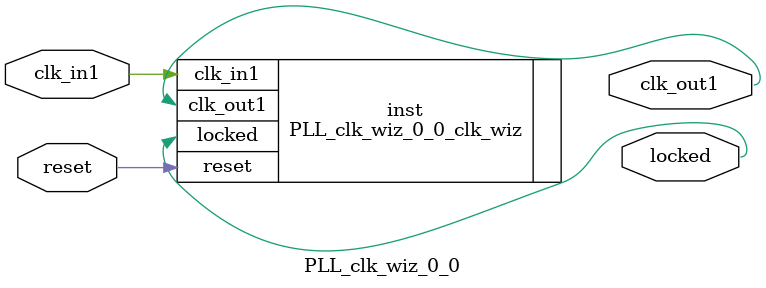
<source format=v>


`timescale 1ps/1ps

(* CORE_GENERATION_INFO = "PLL_clk_wiz_0_0,clk_wiz_v6_0_8_0_0,{component_name=PLL_clk_wiz_0_0,use_phase_alignment=true,use_min_o_jitter=false,use_max_i_jitter=false,use_dyn_phase_shift=false,use_inclk_switchover=false,use_dyn_reconfig=false,enable_axi=0,feedback_source=FDBK_AUTO,PRIMITIVE=PLL,num_out_clk=1,clkin1_period=10.000,clkin2_period=10.000,use_power_down=false,use_reset=true,use_locked=true,use_inclk_stopped=false,feedback_type=SINGLE,CLOCK_MGR_TYPE=NA,manual_override=false}" *)

module PLL_clk_wiz_0_0 
 (
  // Clock out ports
  output        clk_out1,
  // Status and control signals
  input         reset,
  output        locked,
 // Clock in ports
  input         clk_in1
 );

  PLL_clk_wiz_0_0_clk_wiz inst
  (
  // Clock out ports  
  .clk_out1(clk_out1),
  // Status and control signals               
  .reset(reset), 
  .locked(locked),
 // Clock in ports
  .clk_in1(clk_in1)
  );

endmodule

</source>
